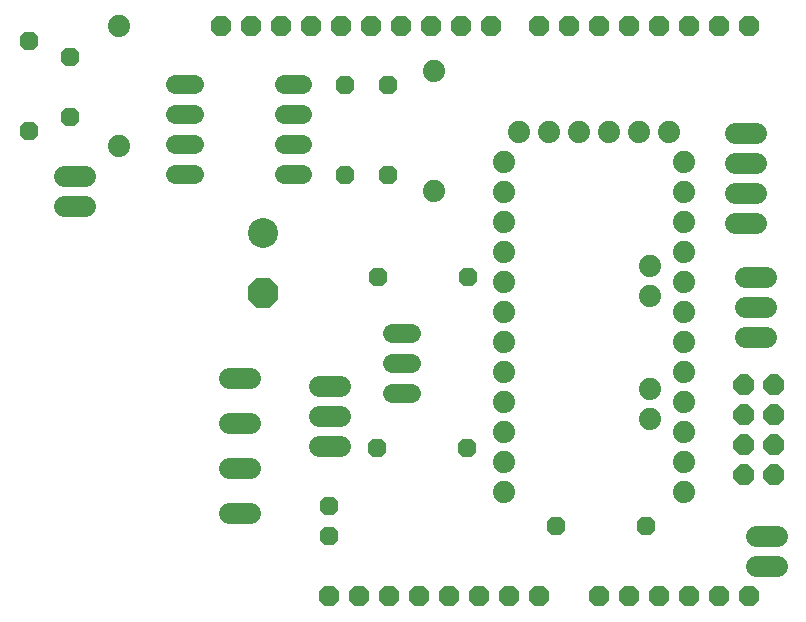
<source format=gbr>
G04 EAGLE Gerber RS-274X export*
G75*
%MOMM*%
%FSLAX34Y34*%
%LPD*%
%INBottom Copper*%
%IPPOS*%
%AMOC8*
5,1,8,0,0,1.08239X$1,22.5*%
G01*
%ADD10P,1.704548X8X112.500000*%
%ADD11P,1.704548X8X292.500000*%
%ADD12C,1.879600*%
%ADD13C,1.574800*%
%ADD14C,1.778000*%
%ADD15C,2.540000*%
%ADD16P,2.749271X8X292.500000*%
%ADD17P,1.924489X8X112.500000*%
%ADD18P,1.704548X8X22.500000*%
%ADD19P,1.704548X8X202.500000*%
%ADD20P,1.907171X8X22.500000*%


D10*
X838962Y381762D03*
X838962Y457962D03*
D11*
X571500Y495300D03*
X571500Y419100D03*
D12*
X647700Y406400D03*
X647700Y508000D03*
D13*
X878586Y248412D02*
X894334Y248412D01*
X894334Y197612D02*
X878586Y197612D01*
X878586Y223012D02*
X894334Y223012D01*
D10*
X875284Y382016D03*
X875284Y458216D03*
D14*
X834390Y152400D02*
X816610Y152400D01*
X816610Y177800D02*
X834390Y177800D01*
X834390Y203200D02*
X816610Y203200D01*
D12*
X973074Y392430D03*
X973074Y367030D03*
X973074Y341630D03*
X973074Y316230D03*
X973074Y290830D03*
X973074Y265430D03*
X973074Y240030D03*
X973074Y214630D03*
X973074Y189230D03*
X973074Y163830D03*
X973074Y138430D03*
X973074Y113030D03*
X1125474Y113030D03*
X1125474Y138430D03*
X1125474Y163830D03*
X1125474Y189230D03*
X1125474Y214630D03*
X1125474Y240030D03*
X1125474Y265430D03*
X1125474Y290830D03*
X1125474Y316230D03*
X1125474Y341630D03*
X1125474Y367030D03*
X1125474Y392430D03*
X1096899Y174943D03*
X1096899Y200343D03*
X1096899Y305118D03*
X1096899Y279718D03*
X985774Y417830D03*
X1011174Y417830D03*
X1036574Y417830D03*
X1061974Y417830D03*
X1087374Y417830D03*
X1112774Y417830D03*
D14*
X758190Y95250D02*
X740410Y95250D01*
X740410Y133350D02*
X758190Y133350D01*
X758190Y171450D02*
X740410Y171450D01*
X740410Y209550D02*
X758190Y209550D01*
D11*
X825500Y101600D03*
X825500Y76200D03*
D15*
X769366Y332994D03*
D16*
X769366Y282194D03*
D11*
X606298Y481584D03*
X606298Y430784D03*
D12*
X914400Y368300D03*
X914400Y469900D03*
D17*
X1201674Y127762D03*
X1176274Y127762D03*
X1201674Y153162D03*
X1176274Y153162D03*
X1201674Y178562D03*
X1176274Y178562D03*
X1201674Y203962D03*
X1176274Y203962D03*
D14*
X1186688Y50800D02*
X1204468Y50800D01*
X1204468Y76200D02*
X1186688Y76200D01*
X1177798Y295656D02*
X1195578Y295656D01*
X1195578Y270256D02*
X1177798Y270256D01*
X1177798Y244856D02*
X1195578Y244856D01*
X618490Y381000D02*
X600710Y381000D01*
X600710Y355600D02*
X618490Y355600D01*
X1168654Y341376D02*
X1186434Y341376D01*
X1186434Y366776D02*
X1168654Y366776D01*
X1168654Y392176D02*
X1186434Y392176D01*
X1186434Y417576D02*
X1168654Y417576D01*
D13*
X710692Y458470D02*
X694944Y458470D01*
X694944Y433070D02*
X710692Y433070D01*
X786892Y433070D02*
X802640Y433070D01*
X802640Y458470D02*
X786892Y458470D01*
X710692Y407670D02*
X694944Y407670D01*
X694944Y382270D02*
X710692Y382270D01*
X786892Y407670D02*
X802640Y407670D01*
X802640Y382270D02*
X786892Y382270D01*
D18*
X867156Y295402D03*
X943356Y295402D03*
D19*
X942086Y150876D03*
X865886Y150876D03*
D18*
X1017270Y84328D03*
X1093470Y84328D03*
D20*
X1079500Y508000D03*
X1054100Y25400D03*
X1104900Y508000D03*
X1130300Y508000D03*
X1155700Y508000D03*
X1181100Y508000D03*
X1054100Y508000D03*
X1028700Y508000D03*
X1003300Y508000D03*
X962660Y508000D03*
X937260Y508000D03*
X911860Y508000D03*
X886460Y508000D03*
X861060Y508000D03*
X835660Y508000D03*
X810260Y508000D03*
X784860Y508000D03*
X1079500Y25400D03*
X1104900Y25400D03*
X1130300Y25400D03*
X1155700Y25400D03*
X1181100Y25400D03*
X1003300Y25400D03*
X977900Y25400D03*
X952500Y25400D03*
X927100Y25400D03*
X901700Y25400D03*
X876300Y25400D03*
X759460Y508000D03*
X734060Y508000D03*
X850900Y25400D03*
X825500Y25400D03*
M02*

</source>
